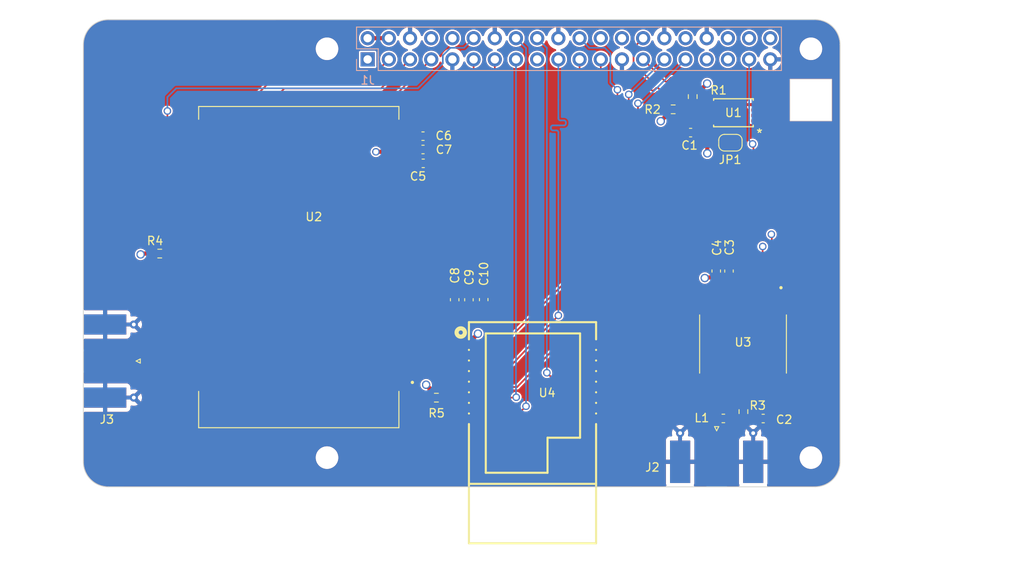
<source format=kicad_pcb>
(kicad_pcb (version 20241229) (generator "pcbnew") (generator_version "9.0")
  (title_block (date "15 nov 2012"))
  (layers (0 "F.Cu" signal) (4 "In1.Cu" power) (6 "In2.Cu" power) (2 "B.Cu" signal) (13 "F.Paste" user) (15 "B.Paste" user) (5 "F.SilkS" user "F.Silkscreen") (7 "B.SilkS" user "B.Silkscreen") (1 "F.Mask" user) (3 "B.Mask" user) (25 "Edge.Cuts" user))
  (net 0 "")
  (net 1 "GND")
  (net 2 "/GPIO2{slash}SDA1")
  (net 3 "/GPIO3{slash}SCL1")
  (net 4 "/GPIO4{slash}GPCLK0")
  (net 5 "/GPIO14{slash}TXD0")
  (net 6 "/GPIO15{slash}RXD0")
  (net 7 "/GPIO17")
  (net 8 "/GPIO18{slash}PCM.CLK")
  (net 9 "/GPIO27")
  (net 10 "/GPIO22")
  (net 11 "/GPIO23")
  (net 12 "/GPIO24")
  (net 13 "/GPIO10{slash}SPI0.MOSI")
  (net 14 "/GPIO9{slash}SPI0.MISO")
  (net 15 "/GPIO25")
  (net 16 "/GPIO11{slash}SPI0.SCLK")
  (net 17 "/GPIO8{slash}SPI0.CE0")
  (net 18 "/GPIO7{slash}SPI0.CE1")
  (net 19 "/ID_SDA")
  (net 20 "/ID_SCL")
  (net 21 "/GPIO5")
  (net 22 "/GPIO6")
  (net 23 "/GPIO12{slash}PWM0")
  (net 24 "/GPIO13{slash}PWM1")
  (net 25 "/GPIO19{slash}PCM.FS")
  (net 26 "/GPIO16")
  (net 27 "/GPIO26")
  (net 28 "/GPIO20{slash}PCM.DIN")
  (net 29 "/GPIO21{slash}PCM.DOUT")
  (net 30 "+5V")
  (net 31 "+3V3")
  (net 32 "Net-(C2-Pad1)")
  (net 33 "Net-(J2-In)")
  (net 34 "Net-(JP1-A)")
  (net 35 "Net-(U3-VCC_RF)")
  (net 39 "Net-(J3-In)")
  (footprint "Capacitor_SMD:C_0603_1608Metric" (layer "F.Cu") (at 178.09 102.315 90)
    (property "Reference" "C10")
    (property "Value" "10uF")
  )
  (footprint "Capacitor_SMD:C_0603_1608Metric" (layer "F.Cu") (at 205.96 98.89 -90)
    (property "Reference" "C4")
    (property "Value" "0.1uF")
  )
  (footprint "Capacitor_SMD:C_0603_1608Metric" (layer "F.Cu") (at 170.815 84.325)
    (property "Reference" "C7")
    (property "Value" "10uF")
  )
  (footprint "MountingHole:MountingHole_2.7mm_M2.5" (layer "F.Cu") (at 217.31 72.255)
    (property "Reference" "MH2" (hide yes))
    (property "Value" "MountingHole_2.7mm_M2.5" (hide yes))
  )
  (footprint "RPiGSFootprints:TSSOP8_4P50X3P10_ONS" (layer "F.Cu") (at 208.0198 79.920001 180)
    (property "Reference" "U1")
    (property "Value" "CAT24C256")
  )
  (footprint "Capacitor_SMD:C_0603_1608Metric" (layer "F.Cu") (at 170.84 85.985)
    (property "Reference" "C5")
    (property "Value" "0.1uF")
  )
  (footprint "Resistor_SMD:R_0603_1608Metric" (layer "F.Cu") (at 209.22 115.74 -90)
    (property "Reference" "R3")
    (property "Value" "10")
  )
  (footprint "Resistor_SMD:R_0603_1608Metric" (layer "F.Cu") (at 203.14 77.985 -90)
    (property "Reference" "R1")
    (property "Value" "3.9k")
  )
  (footprint "RPiGSFootprints:WIRELM-SMD_E28-2G4M2XS" (layer "F.Cu") (at 183.94 112.16)
    (property "Reference" "U4")
    (property "Value" "E28-2G4M27S")
  )
  (footprint "Resistor_SMD:R_0603_1608Metric" (layer "F.Cu") (at 200.8 79.51)
    (property "Reference" "R2")
    (property "Value" "3.9k")
  )
  (footprint "RPiGSFootprints:XCVR_E22-400M33S" (layer "F.Cu") (at 155.925 98.42)
    (property "Reference" "U2")
    (property "Value" "E22-400M33S")
  )
  (footprint "Connector_Coaxial:SMA_Molex_73251-1153_EdgeMount_Horizontal" (layer "F.Cu") (at 134.43 109.68)
    (property "Reference" "J3")
    (property "Value" "Conn_Coaxial")
  )
  (footprint "Capacitor_SMD:C_0603_1608Metric" (layer "F.Cu") (at 211.59 116.57)
    (property "Reference" "C2")
    (property "Value" "10nF")
  )
  (footprint "MountingHole:MountingHole_2.7mm_M2.5" (layer "F.Cu") (at 159.31 121.255)
    (property "Reference" "MH3" (hide yes))
    (property "Value" "MountingHole_2.7mm_M2.5" (hide yes))
  )
  (footprint "MountingHole:MountingHole_2.7mm_M2.5" (layer "F.Cu") (at 159.31 72.255)
    (property "Reference" "MH1" (hide yes))
    (property "Value" "MountingHole_2.7mm_M2.5" (hide yes))
  )
  (footprint "Resistor_SMD:R_0603_1608Metric" (layer "F.Cu") (at 172.42 114.07)
    (property "Reference" "R5")
    (property "Value" "100k")
  )
  (footprint "Resistor_SMD:R_0603_1608Metric" (layer "F.Cu") (at 139.26 96.8)
    (property "Reference" "R4")
    (property "Value" "100k")
  )
  (footprint "Capacitor_SMD:C_0603_1608Metric" (layer "F.Cu") (at 174.61 102.33 90)
    (property "Reference" "C8")
    (property "Value" "0.1uF")
  )
  (footprint "Inductor_SMD:L_0603_1608Metric" (layer "F.Cu") (at 206.8125 116.56)
    (property "Reference" "L1")
    (property "Value" "27n")
  )
  (footprint "Capacitor_SMD:C_0603_1608Metric" (layer "F.Cu") (at 176.32 102.335 90)
    (property "Reference" "C9")
    (property "Value" "0.1uF")
  )
  (footprint "Capacitor_SMD:C_0603_1608Metric" (layer "F.Cu") (at 170.815 82.725)
    (property "Reference" "C6")
    (property "Value" "0.1uF")
  )
  (footprint "Connector_Coaxial:SMA_Molex_73251-1153_EdgeMount_Horizontal" (layer "F.Cu") (at 206.01 120.04 90)
    (property "Reference" "J2")
    (property "Value" "Conn_Coaxial")
  )
  (footprint "MountingHole:MountingHole_2.7mm_M2.5" (layer "F.Cu") (at 217.31 121.255)
    (property "Reference" "MH4" (hide yes))
    (property "Value" "MountingHole_2.7mm_M2.5" (hide yes))
  )
  (footprint "Jumper:SolderJumper-2_P1.3mm_Open_RoundedPad1.0x1.5mm" (layer "F.Cu") (at 207.66 83.51 180)
    (property "Reference" "JP1")
    (property "Value" "ID_WP")
  )
  (footprint "RPiGSFootprints:XCVR_MAX-M10S-00B" (layer "F.Cu") (at 209.32 107.64 -90)
    (property "Reference" "U3")
    (property "Value" "MAX-M10S-00B")
  )
  (footprint "Capacitor_SMD:C_0603_1608Metric" (layer "F.Cu") (at 207.49 98.895 -90)
    (property "Reference" "C3")
    (property "Value" "0.1uF")
  )
  (footprint "Capacitor_SMD:C_0603_1608Metric" (layer "F.Cu") (at 202.89 82.3 180)
    (property "Reference" "C1")
    (property "Value" "100n")
  )
  (footprint "Connector_PinSocket_2.54mm:PinSocket_2x20_P2.54mm_Vertical" (layer "B.Cu") (at 164.18 73.525 -90)
    (property "Reference" "J1")
    (property "Value" "GPIO")
  )
  (gr_arc (start 133.10132 124.76132) (mid 130.98 123.88264) (end 130.10132 121.76132) (stroke (width 0.1)) (layer "Edge.Cuts"))
  (gr_rect (start 214.81 75.895) (end 219.81 80.895) (stroke (width 0.05)) (fill no) (layer "Edge.Cuts"))
  (gr_arc (start 217.81 68.755) (mid 219.93132 69.63368) (end 220.81 71.755) (stroke (width 0.1)) (layer "Edge.Cuts"))
  (gr_line (start 220.81 121.755) (end 220.81 71.755) (stroke (width 0.1)) (layer "Edge.Cuts"))
  (gr_line (start 133.10132 124.76132) (end 217.81 124.755) (stroke (width 0.1)) (layer "Edge.Cuts"))
  (gr_arc (start 220.81 121.755) (mid 219.93132 123.87632) (end 217.81 124.755) (stroke (width 0.1)) (layer "Edge.Cuts"))
  (gr_arc (start 130.10132 71.76132) (mid 130.97992 69.640079) (end 133.101096 68.76132) (stroke (width 0.1)) (layer "Edge.Cuts"))
  (gr_line (start 130.10132 71.76132) (end 130.10132 121.76132) (stroke (width 0.1)) (layer "Edge.Cuts"))
  (gr_line (start 217.81 68.755) (end 133.1013 68.76132) (stroke (width 0.1)) (layer "Edge.Cuts"))
  (segment (start 171.59 85.96) (end 171.615 85.985) (width 0.5) (layer "F.Cu") (net 1))
  (segment (start 178.075 101.555) (end 178.09 101.54) (width 0.5) (layer "F.Cu") (net 1))
  (segment (start 174.61 101.555) (end 178.075 101.555) (width 0.5) (layer "F.Cu") (net 1))
  (segment (start 205.96 98.115) (end 207.485 98.115) (width 0.5) (layer "F.Cu") (net 1))
  (segment (start 171.59 82.725) (end 171.59 85.96) (width 0.5) (layer "F.Cu") (net 1))
  (segment (start 207.485 98.115) (end 207.49 98.12) (width 0.5) (layer "F.Cu") (net 1))
  (segment (start 163.975 76.27) (end 166.72 73.525) (width 0.2) (layer "F.Cu") (net 2))
  (segment (start 152.4 76.27) (end 163.975 76.27) (width 0.2) (layer "F.Cu") (net 2))
  (segment (start 144.35 84.32) (end 152.4 76.27) (width 0.2) (layer "F.Cu") (net 2))
  (segment (start 154.21 77) (end 165.785 77) (width 0.2) (layer "F.Cu") (net 3))
  (segment (start 144.35 86.86) (end 154.21 77) (width 0.2) (layer "F.Cu") (net 3))
  (segment (start 165.785 77) (end 169.26 73.525) (width 0.2) (layer "F.Cu") (net 3))
  (segment (start 144.35 89.4) (end 155.44 78.31) (width 0.2) (layer "F.Cu") (net 4))
  (segment (start 155.44 78.31) (end 167.015 78.31) (width 0.2) (layer "F.Cu") (net 4))
  (segment (start 167.015 78.31) (end 171.8 73.525) (width 0.2) (layer "F.Cu") (net 4))
  (segment (start 211.52 95.96) (end 211.53 95.95) (width 0.2) (layer "F.Cu") (net 5))
  (segment (start 211.52 102.89) (end 211.52 95.96) (width 0.2) (layer "F.Cu") (net 5))
  (via (at 211.53 95.95) (size 0.9) (drill 0.6) (layers "F.Cu" "B.Cu") (net 5))
  (segment (start 212.62 102.89) (end 212.62 94.54) (width 0.2) (layer "F.Cu") (net 6))
  (segment (start 212.62 94.54) (end 212.57 94.49) (width 0.2) (layer "F.Cu") (net 6))
  (via (at 212.57 94.49) (size 0.9) (drill 0.6) (layers "F.Cu" "B.Cu") (net 6))
  (segment (start 167.5 91.94) (end 176.88 82.56) (width 0.2) (layer "F.Cu") (net 7))
  (segment (start 176.88 82.56) (end 176.88 73.525) (width 0.2) (layer "F.Cu") (net 7))
  (segment (start 141.63 99.56) (end 141.1 99.03) (width 0.2) (layer "F.Cu") (net 8))
  (segment (start 140.18 98.11) (end 140.18 79.71) (width 0.2) (layer "F.Cu") (net 8))
  (segment (start 141.1 99.03) (end 140.18 98.11) (width 0.2) (layer "F.Cu") (net 8))
  (segment (start 144.35 99.56) (end 141.63 99.56) (width 0.2) (layer "F.Cu") (net 8))
  (via (at 140.18 79.71) (size 0.9) (drill 0.6) (layers "F.Cu" "B.Cu") (net 8))
  (segment (start 140.18 79.71) (end 140.18 78.05) (width 0.2) (layer "B.Cu") (net 8))
  (segment (start 175.729 72.136) (end 176.88 70.985) (width 0.2) (layer "B.Cu") (net 8))
  (segment (start 174.10124 72.136) (end 175.729 72.136) (width 0.2) (layer "B.Cu") (net 8))
  (segment (start 140.18 78.05) (end 141.24 76.99) (width 0.2) (layer "B.Cu") (net 8))
  (segment (start 173.189 73.04824) (end 174.10124 72.136) (width 0.2) (layer "B.Cu") (net 8))
  (segment (start 170.20076 76.99) (end 173.189 74.00176) (width 0.2) (layer "B.Cu") (net 8))
  (segment (start 141.24 76.99) (end 170.20076 76.99) (width 0.2) (layer "B.Cu") (net 8))
  (segment (start 173.189 74.00176) (end 173.189 73.04824) (width 0.2) (layer "B.Cu") (net 8))
  (segment (start 167.5 94.48) (end 179.42 82.56) (width 0.2) (layer "F.Cu") (net 9))
  (segment (start 179.42 82.56) (end 179.42 73.525) (width 0.2) (layer "F.Cu") (net 9))
  (segment (start 173.245 114.07) (end 176.329999 114.07) (width 0.2) (layer "F.Cu") (net 10))
  (segment (start 176.34 114.059999) (end 181.950001 114.059999) (width 0.2) (layer "F.Cu") (net 10))
  (segment (start 181.950001 114.059999) (end 181.99 114.02) (width 0.2) (layer "F.Cu") (net 10))
  (segment (start 176.329999 114.07) (end 176.34 114.059999) (width 0.2) (layer "F.Cu") (net 10))
  (via (at 181.99 114.02) (size 0.9) (drill 0.6) (layers "F.Cu" "B.Cu") (net 10))
  (segment (start 181.99 114.02) (end 181.96 113.99) (width 0.2) (layer "B.Cu") (net 10))
  (segment (start 181.96 113.99) (end 181.96 73.525) (width 0.2) (layer "B.Cu") (net 10))
  (segment (start 176.34 116.600001) (end 181.659999 116.600001) (width 0.2) (layer "F.Cu") (net 11))
  (segment (start 181.659999 116.600001) (end 183.16 115.1) (width 0.2) (layer "F.Cu") (net 11))
  (via (at 183.16 115.1) (size 0.9) (drill 0.6) (layers "F.Cu" "B.Cu") (net 11))
  (segment (start 183.16 72.185) (end 181.96 70.985) (width 0.2) (layer "B.Cu") (net 11))
  (segment (start 183.16 115.1) (end 183.16 72.185) (width 0.2) (layer "B.Cu") (net 11))
  (segment (start 191.54 111.52) (end 186.1 111.52) (width 0.2) (layer "F.Cu") (net 12))
  (segment (start 186.1 111.52) (end 185.66 111.08) (width 0.2) (layer "F.Cu") (net 12))
  (via (at 185.66 111.08) (size 0.9) (drill 0.6) (layers "F.Cu" "B.Cu") (net 12))
  (segment (start 185.66 111.08) (end 185.66 72.145) (width 0.2) (layer "B.Cu") (net 12))
  (segment (start 185.66 72.145) (end 184.5 70.985) (width 0.2) (layer "B.Cu") (net 12))
  (segment (start 173.4 111.52) (end 172.4 110.52) (width 0.2) (layer "F.Cu") (net 13))
  (segment (start 187.04 104.22) (end 180.14 111.52) (width 0.2) (layer "F.Cu") (net 13))
  (segment (start 172.4 110.52) (end 172.4 107.28) (width 0.2) (layer "F.Cu") (net 13))
  (segment (start 162.08 103.54) (end 156.737167 98.197167) (width 0.2) (layer "F.Cu") (net 13))
  (segment (start 153.02 94.48) (end 144.35 94.48) (width 0.2) (layer "F.Cu") (net 13))
  (segment (start 172.4 107.28) (end 168.66 103.54) (width 0.2) (layer "F.Cu") (net 13))
  (segment (start 156.619134 98.079134) (end 153.02 94.48) (width 0.2) (layer "F.Cu") (net 13))
  (segment (start 156.737167 98.197167) (end 156.619134 98.079134) (width 0.2) (layer "F.Cu") (net 13))
  (segment (start 180.14 111.52) (end 173.4 111.52) (width 0.2) (layer "F.Cu") (net 13))
  (segment (start 168.66 103.54) (end 162.08 103.54) (width 0.2) (layer "F.Cu") (net 13))
  (via (at 187.04 104.22) (size 0.9) (drill 0.6) (layers "F.Cu" "B.Cu") (net 13))
  (segment (start 186.8 81.436181) (end 187.28 81.436181) (width 0.2) (layer "B.Cu") (net 13))
  (segment (start 186.8 82.036181) (end 186.383223 82.036181) (width 0.2) (layer "B.Cu") (net 13))
  (segment (start 187.696752 80.836181) (end 187.28 80.836181) (width 0.2) (layer "B.Cu") (net 13))
  (segment (start 186.383223 81.436181) (end 186.8 81.436181) (width 0.2) (layer "B.Cu") (net 13))
  (segment (start 187.04 78.36424) (end 187.04 73.525) (width 0.2) (layer "B.Cu") (net 13))
  (segment (start 187.04 104.22) (end 187.04 82.276181) (width 0.2) (layer "B.Cu") (net 13))
  (segment (start 186.143223 81.796181) (end 186.143223 81.676181) (width 0.2) (layer "B.Cu") (net 13))
  (segment (start 187.04 80.596181) (end 187.04 80.476181) (width 0.2) (layer "B.Cu") (net 13))
  (segment (start 187.936752 81.196181) (end 187.936752 81.076181) (width 0.2) (layer "B.Cu") (net 13))
  (segment (start 187.04 80.476181) (end 187.04 78.36424) (width 0.2) (layer "B.Cu") (net 13))
  (segment (start 187.28 81.436181) (end 187.696752 81.436181) (width 0.2) (layer "B.Cu") (net 13))
  (arc (start 186.383223 82.036181) (mid 186.213517 81.965887) (end 186.143223 81.796181) (width 0.2) (layer "B.Cu") (net 13))
  (arc (start 187.696752 81.436181) (mid 187.866458 81.365887) (end 187.936752 81.196181) (width 0.2) (layer "B.Cu") (net 13))
  (arc (start 187.04 82.276181) (mid 186.969706 82.106475) (end 186.8 82.036181) (width 0.2) (layer "B.Cu") (net 13))
  (arc (start 186.143223 81.676181) (mid 186.213517 81.506475) (end 186.383223 81.436181) (width 0.2) (layer "B.Cu") (net 13))
  (arc (start 187.936752 81.076181) (mid 187.866458 80.906475) (end 187.696752 80.836181) (width 0.2) (layer "B.Cu") (net 13))
  (arc (start 187.28 80.836181) (mid 187.110294 80.765887) (end 187.04 80.596181) (width 0.2) (layer "B.Cu") (net 13))
  (segment (start 189.82 82.104472) (end 189.58 82.104472) (width 0.2) (layer "F.Cu") (net 14))
  (segment (start 188.736856 82.344472) (end 188.736856 82.464472) (width 0.2) (layer "F.Cu") (net 14))
  (segment (start 188.73685 83.544472) (end 188.73685 83.664472) (width 0.2) (layer "F.Cu") (net 14))
  (segment (start 189.82 81.504472) (end 190.183144 81.504472) (width 0.2) (layer "F.Cu") (net 14))
  (segment (start 190.183144 82.104472) (end 189.82 82.104472) (width 0.2) (layer "F.Cu") (net 14))
  (segment (start 152.18 91.94) (end 144.35 91.94) (width 0.2) (layer "F.Cu") (net 14))
  (segment (start 174.250001 110.250001) (end 173.51 109.51) (width 0.2) (layer "F.Cu") (net 14))
  (segment (start 189.58 82.104472) (end 188.976856 82.104472) (width 0.2) (layer "F.Cu") (net 14))
  (segment (start 188.97685 83.904472) (end 189.34 83.904472) (width 0.2) (layer "F.Cu") (net 14))
  (segment (start 190.183148 83.304472) (end 189.58 83.304472) (width 0.2) (layer "F.Cu") (net 14))
  (segment (start 173.51 106.74) (end 168.91 102.14) (width 0.2) (layer "F.Cu") (net 14))
  (segment (start 162.38 102.14) (end 152.18 91.94) (width 0.2) (layer "F.Cu") (net 14))
  (segment (start 189.34 83.304472) (end 188.97685 83.304472) (width 0.2) (layer "F.Cu") (net 14))
  (segment (start 173.51 109.51) (end 173.51 106.74) (width 0.2) (layer "F.Cu") (net 14))
  (segment (start 177.84 110.250001) (end 174.250001 110.250001) (width 0.2) (layer "F.Cu") (net 14))
  (segment (start 189.58 84.264472) (end 189.58 86.795148) (width 0.2) (layer "F.Cu") (net 14))
  (segment (start 168.91 102.14) (end 162.38 102.14) (width 0.2) (layer "F.Cu") (net 14))
  (segment (start 188.976856 82.704472) (end 189.58 82.704472) (width 0.2) (layer "F.Cu") (net 14))
  (segment (start 189.58 98.510001) (end 177.84 110.250001) (width 0.2) (layer "F.Cu") (net 14))
  (segment (start 189.58 73.525) (end 189.58 81.264472) (width 0.2) (layer "F.Cu") (net 14))
  (segment (start 189.58 83.304472) (end 189.34 83.304472) (width 0.2) (layer "F.Cu") (net 14))
  (segment (start 190.423148 82.944472) (end 190.423148 83.064472) (width 0.2) (layer "F.Cu") (net 14))
  (segment (start 190.423144 81.744472) (end 190.423144 81.864472) (width 0.2) (layer "F.Cu") (net 14))
  (segment (start 189.58 82.704472) (end 190.183148 82.704472) (width 0.2) (layer "F.Cu") (net 14))
  (segment (start 189.58 86.795148) (end 189.58 98.510001) (width 0.2) (layer "F.Cu") (net 14))
  (segment (start 189.58 84.144472) (end 189.58 84.264472) (width 0.2) (layer "F.Cu") (net 14))
  (arc (start 188.97685 83.304472) (mid 188.807144 83.374766) (end 188.73685 83.544472) (width 0.2) (layer "F.Cu") (net 14))
  (arc (start 190.423144 81.864472) (mid 190.35285 82.034178) (end 190.183144 82.104472) (width 0.2) (layer "F.Cu") (net 14))
  (arc (start 190.183148 82.704472) (mid 190.352854 82.774766) (end 190.423148 82.944472) (width 0.2) (layer "F.Cu") (net 14))
  (arc (start 188.976856 82.104472) (mid 188.80715 82.174766) (end 188.736856 82.344472) (width 0.2) (layer "F.Cu") (net 14))
  (arc (start 189.58 81.264472) (mid 189.650294 81.434178) (end 189.82 81.504472) (width 0.2) (layer "F.Cu") (net 14))
  (arc (start 188.736856 82.464472) (mid 188.80715 82.634178) (end 188.976856 82.704472) (width 0.2) (layer "F.Cu") (net 14))
  (arc (start 188.73685 83.664472) (mid 188.807144 83.834178) (end 188.97685 83.904472) (width 0.2) (layer "F.Cu") (net 14))
  (arc (start 190.423148 83.064472) (mid 190.352854 83.234178) (end 190.183148 83.304472) (width 0.2) (layer "F.Cu") (net 14))
  (arc (start 190.183144 81.504472) (mid 190.35285 81.574766) (end 190.423144 81.744472) (width 0.2) (layer "F.Cu") (net 14))
  (arc (start 189.34 83.904472) (mid 189.509706 83.974766) (end 189.58 84.144472) (width 0.2) (layer "F.Cu") (net 14))
  (segment (start 189.61 73.555) (end 189.58 73.525) (width 0.2) (layer "B.Cu") (net 14))
  (segment (start 194.12 110.992) (end 194.12 77.16) (width 0.2) (layer "F.Cu") (net 15))
  (segment (start 192.322 112.79) (end 194.12 110.992) (width 0.2) (layer "F.Cu") (net 15))
  (segment (start 191.54 112.79) (end 192.322 112.79) (width 0.2) (layer "F.Cu") (net 15))
  (via (at 194.12 77.16) (size 0.9) (drill 0.6) (layers "F.Cu" "B.Cu") (net 15))
  (segment (start 192.59676 72.136) (end 190.731 72.136) (width 0.2) (layer "B.Cu") (net 15))
  (segment (start 190.731 72.136) (end 189.58 70.985) (width 0.2) (layer "B.Cu") (net 15))
  (segment (start 194.12 77.16) (end 193.271 76.311) (width 0.2) (layer "B.Cu") (net 15))
  (segment (start 193.271 72.81024) (end 192.59676 72.136) (width 0.2) (layer "B.Cu") (net 15))
  (segment (start 193.271 76.311) (end 193.271 72.81024) (width 0.2) (layer "B.Cu") (net 15))
  (segment (start 192.12 82.644967) (end 192.12 82.764967) (width 0.2) (layer "F.Cu") (net 16))
  (segment (start 182.1 112.79) (end 173.678636 112.79) (width 0.2) (layer "F.Cu") (net 16))
  (segment (start 192.12 102.39) (end 182.1 112.79) (width 0.2) (layer "F.Cu") (net 16))
  (segment (start 192.12 88.242247) (end 192.12 102.39) (width 0.2) (layer "F.Cu") (net 16))
  (segment (start 171.699 108.459) (end 167.481 104.241) (width 0.2) (layer "F.Cu") (net 16))
  (segment (start 171.699 110.810364) (end 171.699 108.459) (width 0.2) (layer "F.Cu") (net 16))
  (segment (start 192.12 82.764967) (end 192.12 88.242247) (width 0.2) (layer "F.Cu") (net 16))
  (segment (start 192.920781 82.044967) (end 192.920781 82.164967) (width 0.2) (layer "F.Cu") (net 16))
  (segment (start 192.36 81.804967) (end 192.680781 81.804967) (width 0.2) (layer "F.Cu") (net 16))
  (segment (start 173.678636 112.79) (end 171.699 110.810364) (width 0.2) (layer "F.Cu") (net 16))
  (segment (start 160.587895 104.241) (end 152.81 97.02) (width 0.2) (layer "F.Cu") (net 16))
  (segment (start 192.680781 82.404967) (end 192.36 82.404967) (width 0.2) (layer "F.Cu") (net 16))
  (segment (start 152.81 97.02) (end 144.35 97.02) (width 0.2) (layer "F.Cu") (net 16))
  (segment (start 167.481 104.241) (end 160.587895 104.241) (width 0.2) (layer "F.Cu") (net 16))
  (segment (start 192.12 73.525) (end 192.12 81.564967) (width 0.2) (layer "F.Cu") (net 16))
  (arc (start 192.920781 82.164967) (mid 192.850487 82.334673) (end 192.680781 82.404967) (width 0.2) (layer "F.Cu") (net 16))
  (arc (start 192.680781 81.804967) (mid 192.850487 81.875261) (end 192.920781 82.044967) (width 0.2) (layer "F.Cu") (net 16))
  (arc (start 192.12 81.564967) (mid 192.190294 81.734673) (end 192.36 81.804967) (width 0.2) (layer "F.Cu") (net 16))
  (arc (start 192.36 82.404967) (mid 192.190294 82.475261) (end 192.12 82.644967) (width 0.2) (layer "F.Cu") (net 16))
  (segment (start 199.789196 76.114196) (end 199.704344 76.029344) (width 0.2) (layer "F.Cu") (net 19))
  (segment (start 200.807433 77.132434) (end 200.807435 77.132435) (width 0.2) (layer "F.Cu") (net 19))
  (segment (start 200.970459 78.327063) (end 200.885604 78.242208) (width 0.2) (layer "F.Cu") (net 19))
  (segment (start 199.704344 76.029344) (end 198.434036 74.759036) (width 0.2) (layer "F.Cu") (net 19))
  (segment (start 201.231701 77.556701) (end 201.754545 77.033856) (width 0.2) (layer "F.Cu") (net 19))
  (segment (start 200.037059 77.054274) (end 200.383167 76.708167) (width 0.2) (layer "F.Cu") (net 19))
  (segment (start 198.434036 74.759036) (end 197.2 73.525) (width 0.2) (layer "F.Cu") (net 19))
  (segment (start 200.552873 76.538462) (end 200.906032 76.185303) (width 0.2) (layer "F.Cu") (net 19))
  (segment (start 201.754545 76.694445) (end 201.66969 76.60959) (width 0.2) (layer "F.Cu") (net 19))
  (segment (start 201.231699 77.556698) (end 201.231701 77.556701) (width 0.2) (layer "F.Cu") (net 19))
  (segment (start 200.383167 76.708167) (end 200.383168 76.708168) (width 0.2) (layer "F.Cu") (net 19))
  (segment (start 200.383168 76.708168) (end 200.552873 76.538462) (width 0.2) (layer "F.Cu") (net 19))
  (segment (start 200.481767 75.761038) (end 200.128608 76.114196) (width 0.2) (layer "F.Cu") (net 19))
  (segment (start 200.906032 75.845892) (end 200.821178 75.761038) (width 0.2) (layer "F.Cu") (net 19))
  (segment (start 202.620002 78.945002) (end 201.825673 78.150673) (width 0.2) (layer "F.Cu") (net 19))
  (segment (start 201.486261 78.150673) (end 201.309869 78.327062) (width 0.2) (layer "F.Cu") (net 19))
  (segment (start 201.330278 76.60959) (end 200.807433 77.132434) (width 0.2) (layer "F.Cu") (net 19))
  (segment (start 205.1496 78.945002) (end 202.620002 78.945002) (width 0.2) (layer "F.Cu") (net 19))
  (segment (start 200.885604 77.902796) (end 201.061993 77.726404) (width 0.2) (layer "F.Cu") (net 19))
  (segment (start 201.061993 77.726404) (end 201.231699 77.556698) (width 0.2) (layer "F.Cu") (net 19))
  (segment (start 200.807435 77.132435) (end 200.461326 77.478541) (width 0.2) (layer "F.Cu") (net 19))
  (segment (start 200.121916 77.478542) (end 200.03706 77.393686) (width 0.2) (layer "F.Cu") (net 19))
  (arc (start 201.825673 78.150673) (mid 201.655966 78.080377) (end 201.486261 78.150673) (width 0.2) (layer "F.Cu") (net 19))
  (arc (start 200.128608 76.114196) (mid 199.958902 76.184491) (end 199.789196 76.114196) (width 0.2) (layer "F.Cu") (net 19))
  (arc (start 201.309869 78.327062) (mid 201.140164 78.397358) (end 200.970459 78.327063) (width 0.2) (layer "F.Cu") (net 19))
  (arc (start 200.906032 76.185303) (mid 200.976327 76.015597) (end 200.906032 75.845892) (width 0.2) (layer "F.Cu") (net 19))
  (arc (start 201.754545 77.033856) (mid 201.82484 76.86415) (end 201.754545 76.694445) (width 0.2) (layer "F.Cu") (net 19))
  (arc (start 201.66969 76.60959) (mid 201.499984 76.539295) (end 201.330278 76.60959) (width 0.2) (layer "F.Cu") (net 19))
  (arc (start 200.821178 75.761038) (mid 200.651473 75.690743) (end 200.481767 75.761038) (width 0.2) (layer "F.Cu") (net 19))
  (arc (start 200.885604 78.242208) (mid 200.815308 78.072501) (end 200.885604 77.902796) (width 0.2) (layer "F.Cu") (net 19))
  (arc (start 200.03706 77.393686) (mid 199.966765 77.223981) (end 200.037059 77.054274) (width 0.2) (layer "F.Cu") (net 19))
  (arc (start 200.461326 77.478541) (mid 200.291621 77.548837) (end 200.121916 77.478542) (width 0.2) (layer "F.Cu") (net 19))
  (segment (start 201.64224 79.595) (end 199.893554 77.846314) (width 0.2) (layer "F.Cu") (net 20))
  (segment (start 205.1496 79.595) (end 201.64224 79.595) (width 0.2) (layer "F.Cu") (net 20))
  (segment (start 198.180272 77.19452) (end 198.095419 77.109667) (width 0.2) (layer "F.Cu") (net 20))
  (segment (start 199.893554 77.846314) (end 199.420302 77.373062) (width 0.2) (layer "F.Cu") (net 20))
  (segment (start 198.711016 77.003188) (end 198.519682 77.194519) (width 0.2) (layer "F.Cu") (net 20))
  (segment (start 198.201899 76.154659) (end 197.578089 75.530849) (width 0.2) (layer "F.Cu") (net 20))
  (segment (start 199.420302 77.373062) (end 199.050428 77.003188) (width 0.2) (layer "F.Cu") (net 20))
  (segment (start 196.049 72.136) (end 197.2 70.985) (width 0.2) (layer "F.Cu") (net 20))
  (segment (start 198.286751 76.239511) (end 198.201899 76.154659) (width 0.2) (layer "F.Cu") (net 20))
  (segment (start 198.095419 76.770255) (end 198.28675 76.578921) (width 0.2) (layer "F.Cu") (net 20))
  (segment (start 196.049 74.00176) (end 196.049 72.136) (width 0.2) (layer "F.Cu") (net 20))
  (segment (start 197.578089 75.530849) (end 196.049 74.00176) (width 0.2) (layer "F.Cu") (net 20))
  (arc (start 198.28675 76.578921) (mid 198.357046 76.409216) (end 198.286751 76.239511) (width 0.2) (layer "F.Cu") (net 20))
  (arc (start 198.519682 77.194519) (mid 198.349977 77.264815) (end 198.180272 77.19452) (width 0.2) (layer "F.Cu") (net 20))
  (arc (start 198.095419 77.109667) (mid 198.025123 76.93996) (end 198.095419 76.770255) (width 0.2) (layer "F.Cu") (net 20))
  (arc (start 199.050428 77.003188) (mid 198.880721 76.932892) (end 198.711016 77.003188) (width 0.2) (layer "F.Cu") (net 20))
  (segment (start 195.47 110.912) (end 192.322001 114.059999) (width 0.2) (layer "F.Cu") (net 21))
  (segment (start 195.47 77.72) (end 195.47 110.912) (width 0.2) (layer "F.Cu") (net 21))
  (segment (start 192.322001 114.059999) (end 191.54 114.059999) (width 0.2) (layer "F.Cu") (net 21))
  (via (at 195.47 77.72) (size 0.9) (drill 0.6) (layers "F.Cu" "B.Cu") (net 21))
  (segment (start 195.47 77.72) (end 199.74 73.525) (width 0.2) (layer "B.Cu") (net 21))
  (segment (start 196.58 112.760001) (end 196.58 78.79) (width 0.2) (layer "F.Cu") (net 22))
  (segment (start 191.54 116.600001) (end 192.74 116.600001) (width 0.2) (layer "F.Cu") (net 22))
  (segment (start 192.74 116.600001) (end 196.58 112.760001) (width 0.2) (layer "F.Cu") (net 22))
  (via (at 196.58 78.79) (size 0.9) (drill 0.6) (layers "F.Cu" "B.Cu") (net 22))
  (segment (start 196.58 78.79) (end 197.015 78.79) (width 0.2) (layer "B.Cu") (net 22))
  (segment (start 197.015 78.79) (end 202.28 73.525) (width 0.2) (layer "B.Cu") (net 22))
  (segment (start 210.42 102.89) (end 210.42 83.76) (width 0.2) (layer "F.Cu") (net 27))
  (segment (start 210.42 83.76) (end 210.32 83.66) (width 0.2) (layer "F.Cu") (net 27))
  (via (at 210.32 83.66) (size 0.9) (drill 0.6) (layers "F.Cu" "B.Cu") (net 27))
  (segment (start 210.32 83.66) (end 209.9 83.24) (width 0.2) (layer "B.Cu") (net 27))
  (segment (start 209.9 83.24) (end 209.9 73.525) (width 0.2) (layer "B.Cu") (net 27))
  (segment (start 170.04 85.96) (end 170.065 85.985) (width 0.5) (layer "F.Cu") (net 30))
  (segment (start 167.22 84.6) (end 167.5 84.32) (width 0.5) (layer "F.Cu") (net 30))
  (segment (start 164.18 70.985) (end 166.72 70.985) (width 0.5) (layer "F.Cu") (net 30))
  (segment (start 170.035 84.32) (end 170.04 84.325) (width 0.5) (layer "F.Cu") (net 30))
  (segment (start 165.17 84.6) (end 167.22 84.6) (width 0.5) (layer "F.Cu") (net 30))
  (segment (start 167.5 84.32) (end 170.035 84.32) (width 0.5) (layer "F.Cu") (net 30))
  (segment (start 170.04 82.725) (end 170.04 85.96) (width 0.5) (layer "F.Cu") (net 30))
  (segment (start 167.5 86.86) (end 167.5 84.32) (width 0.5) (layer "F.Cu") (net 30))
  (via (at 165.17 84.6) (size 0.9) (drill 0.6) (layers "F.Cu" "B.Cu") (net 30))
  (segment (start 171.595 114.07) (end 171.595 112.925) (width 0.5) (layer "F.Cu") (net 31))
  (segment (start 171.595 112.925) (end 171.19 112.52) (width 0.5) (layer "F.Cu") (net 31))
  (segment (start 204.89 83.51) (end 204.89 84.78) (width 0.5) (layer "F.Cu") (net 31))
  (segment (start 199.975 80.265) (end 199.31 80.93) (width 0.5) (layer "F.Cu") (net 31))
  (segment (start 207.12 102.89) (end 206.02 102.89) (width 0.5) (layer "F.Cu") (net 31))
  (segment (start 138.435 96.8) (end 137.07 96.8) (width 0.5) (layer "F.Cu") (net 31))
  (segment (start 174.61 107.44) (end 174.61 103.105) (width 0.5) (layer "F.Cu") (net 31))
  (segment (start 204.13 77.16) (end 204.87 76.42) (width 0.5) (layer "F.Cu") (net 31))
  (segment (start 204.415 80.895) (end 203.67 81.64) (width 0.5) (layer "F.Cu") (net 31))
  (segment (start 203.67 82.92) (end 204.26 83.51) (width 0.5) (layer "F.Cu") (net 31))
  (segment (start 205.96 99.665) (end 207.485 99.665) (width 0.5) (layer "F.Cu") (net 31))
  (segment (start 204.26 83.51) (end 204.89 83.51) (width 0.5) (layer "F.Cu") (net 31))
  (segment (start 176.34 107.46) (end 177.4 106.4) (width 0.5) (layer "F.Cu") (net 31))
  (segment (start 199.975 79.51) (end 199.975 80.265) (width 0.5) (layer "F.Cu") (net 31))
  (segment (start 178.075 103.105) (end 178.09 103.09) (width 0.5) (layer "F.Cu") (net 31))
  (segment (start 203.14 77.16) (end 204.13 77.16) (width 0.5) (layer "F.Cu") (net 31))
  (segment (start 204.89 83.51) (end 207.01 83.51) (width 0.5) (layer "F.Cu") (net 31))
  (segment (start 137.07 96.8) (end 136.97 96.9) (width 0.5) (layer "F.Cu") (net 31))
  (segment (start 207.485 99.665) (end 207.49 99.67) (width 0.5) (layer "F.Cu") (net 31))
  (segment (start 203.67 81.64) (end 203.67 82.92) (width 0.5) (layer "F.Cu") (net 31))
  (segment (start 206.02 102.89) (end 206.02 99.725) (width 0.5) (layer "F.Cu") (net 31))
  (segment (start 176.34 107.71) (end 174.88 107.71) (width 0.5) (layer "F.Cu") (net 31))
  (segment (start 176.34 107.71) (end 176.34 107.46) (width 0.5) (layer "F.Cu") (net 31))
  (segment (start 204.655 99.665) (end 204.59 99.73) (width 0.5) (layer "F.Cu") (net 31))
  (segment (start 206.02 99.725) (end 205.96 99.665) (width 0.5) (layer "F.Cu") (net 31))
  (segment (start 174.88 107.71) (end 174.61 107.44) (width 0.5) (layer "F.Cu") (net 31))
  (segment (start 174.61 103.105) (end 178.075 103.105) (width 0.5) (layer "F.Cu") (net 31))
  (segment (start 205.1496 80.895) (end 204.415 80.895) (width 0.5) (layer "F.Cu") (net 31))
  (segment (start 205.96 99.665) (end 204.655 99.665) (width 0.5) (layer "F.Cu") (net 31))
  (via (at 204.59 99.73) (size 1) (drill 0.7) (layers "F.Cu" "B.Cu") (net 31))
  (via (at 199.31 80.93) (size 1) (drill 0.7) (layers "F.Cu" "B.Cu") (net 31))
  (via (at 136.97 96.9) (size 1) (drill 0.7) (layers "F.Cu" "B.Cu") (net 31))
  (via (at 204.89 84.78) (size 1) (drill 0.7) (layers "F.Cu" "B.Cu") (net 31))
  (via (at 177.4 106.4) (size 1) (drill 0.7) (layers "F.Cu" "B.Cu") (net 31))
  (via (at 171.19 112.52) (size 1) (drill 0.7) (layers "F.Cu" "B.Cu") (net 31))
  (via (at 204.87 76.42) (size 1) (drill 0.7) (layers "F.Cu" "B.Cu") (net 31))
  (segment (start 210.805 116.56) (end 210.815 116.57) (width 0.2) (layer "F.Cu") (net 32))
  (segment (start 207.6 116.56) (end 210.805 116.56) (width 0.2) (layer "F.Cu") (net 32))
  (segment (start 206.01 112.4) (end 206.02 112.39) (width 0.2) (layer "F.Cu") (net 33))
  (segment (start 206.02 121.75) (end 206.01 121.76) (width 0.2) (layer "F.Cu") (net 33))
  (segment (start 206.01 121.76) (end 206.01 112.4) (width 0.2) (layer "F.Cu") (net 33))
  (segment (start 206.0862 80.245002) (end 208.31 82.468802) (width 0.2) (layer "F.Cu") (net 34))
  (segment (start 208.31 82.468802) (end 208.31 83.51) (width 0.2) (layer "F.Cu") (net 34))
  (segment (start 205.1496 80.245002) (end 206.0862 80.245002) (width 0.2) (layer "F.Cu") (net 34))
  (segment (start 209.22 114.915) (end 209.22 112.49) (width 0.2) (layer "F.Cu") (net 35))
  (segment (start 209.22 112.49) (end 209.32 112.39) (width 0.2) (layer "F.Cu") (net 35))
  (segment (start 144.33 109.68) (end 144.35 109.7) (width 0.2) (layer "F.Cu") (net 39))
  (segment (start 132.71 109.68) (end 144.33 109.68) (width 0.2) (layer "F.Cu") (net 39))
  (zone (net 1) (net_name "GND") (layers "F.Cu" "B.Cu" "In1.Cu") (connect_pads (clearance 0)) (min_thickness 0.25) (fill yes (thermal_gap 0.5) (thermal_bridge_width 0.5))
    (polygon (pts (xy 129.87 67.748988) (xy 220.86 67.735) (xy 220.83 124.775) (xy 129.87 124.76101)))
  )
  (zone (net 0) (net_name "") (layers "F.Cu" "B.Cu" "In1.Cu" "In2.Cu") (name "PoE") (connect_pads (clearance 0)) (min_thickness 0.254)
    (keepout (tracks not_allowed) (vias not_allowed) (pads not_allowed) (copperpour not_allowed) (footprints not_allowed))
    (fill (thermal_gap 0.508) (thermal_bridge_width 0.508))
    (polygon (pts (xy 219.81 80.895) (xy 214.81 80.895) (xy 214.81 75.895) (xy 219.81 75.895)))
  )
)
</source>
